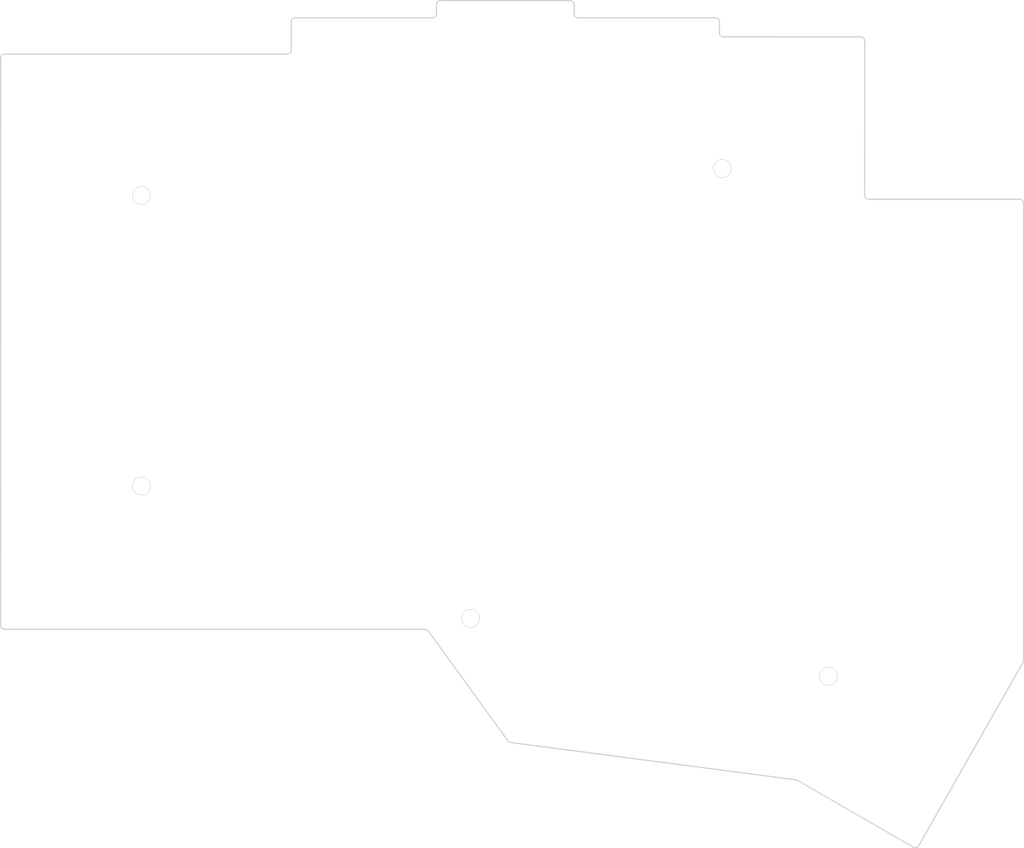
<source format=kicad_pcb>
(kicad_pcb (version 20240108) (generator "pcbnew") (generator_version "8.0")
  (title_block (title "backplate") (date "2025-03-02") (rev "0.2") (company "ceoloide"))
  (layers (0 "F.Cu" signal) (31 "B.Cu" signal) (34 "B.Paste" user) (35 "F.Paste" user) (36 "B.SilkS" user "B.Silkscreen") (37 "F.SilkS" user "F.Silkscreen") (38 "B.Mask" user) (39 "F.Mask" user) (44 "Edge.Cuts" user))
  (net 0 "")
  (footprint "ceoloide:mounting_hole_npth" (layer "F.Cu") (at 109.25 90.75)
    (property "Reference" "MH2" (hide yes))
    (property "Value" "")
    (pad "" np_thru_hole circle (at 0 0) (size 2.2 2.2) (drill 2.2) (layers "*.Cu" "*.Mask"))
  )
  (footprint "ceoloide:mounting_hole_npth" (layer "F.Cu") (at 109.25 53.75)
    (property "Reference" "MH1" (hide yes))
    (property "Value" "")
    (pad "" np_thru_hole circle (at 0 0) (size 2.2 2.2) (drill 2.2) (layers "*.Cu" "*.Mask"))
  )
  (footprint "ceoloide:mounting_hole_npth" (layer "F.Cu") (at 196.724595 115.006748 60)
    (property "Reference" "MH5" (hide yes))
    (property "Value" "")
    (pad "" np_thru_hole circle (at 0 0 60) (size 2.2 2.2) (drill 2.2) (layers "*.Cu" "*.Mask"))
  )
  (footprint "ceoloide:mounting_hole_npth" (layer "F.Cu") (at 151.157 107.615)
    (property "Reference" "MH4" (hide yes))
    (property "Value" "")
    (pad "" np_thru_hole circle (at 0 0) (size 2.2 2.2) (drill 2.2) (layers "*.Cu" "*.Mask"))
  )
  (footprint "ceoloide:mounting_hole_npth" (layer "F.Cu") (at 183.218 50.2985)
    (property "Reference" "MH3" (hide yes))
    (property "Value" "")
    (pad "" np_thru_hole circle (at 0 0) (size 2.2 2.2) (drill 2.2) (layers "*.Cu" "*.Mask"))
  )
  (gr_arc (start 221.068 54.2275) (mid 221.421553 54.373947) (end 221.568 54.7275) (stroke (width 0.15)) (layer "Edge.Cuts"))
  (gr_line (start 155.918609 123.225565) (end 145.757227 109.201641) (stroke (width 0.15)) (layer "Edge.Cuts"))
  (gr_arc (start 91.315014 36.2275) (mid 91.461457 35.873957) (end 91.815 35.727486) (stroke (width 0.15)) (layer "Edge.Cuts"))
  (gr_line (start 221.568 54.7275) (end 221.568 112.954525) (stroke (width 0.15)) (layer "Edge.Cuts"))
  (gr_line (start 182.843 31.6025) (end 182.843 33.033041) (stroke (width 0.15)) (layer "Edge.Cuts"))
  (gr_arc (start 145.352317 108.995012) (mid 145.579599 109.049665) (end 145.757227 109.201641) (stroke (width 0.15)) (layer "Edge.Cuts"))
  (gr_arc (start 128.315 31.6025) (mid 128.461447 31.248947) (end 128.815 31.1025) (stroke (width 0.15)) (layer "Edge.Cuts"))
  (gr_line (start 201.818604 54.2275) (end 221.068 54.2275) (stroke (width 0.15)) (layer "Edge.Cuts"))
  (gr_line (start 128.315 35.226514) (end 128.315 31.6025) (stroke (width 0.15)) (layer "Edge.Cuts"))
  (gr_line (start 128.815 31.1025) (end 146.315 31.1025) (stroke (width 0.15)) (layer "Edge.Cuts"))
  (gr_arc (start 221.568 112.954525) (mid 221.550957 113.083932) (end 221.501013 113.204525) (stroke (width 0.15)) (layer "Edge.Cuts"))
  (gr_line (start 146.815 30.6025) (end 146.815 29.4095) (stroke (width 0.15)) (layer "Edge.Cuts"))
  (gr_arc (start 91.817009 108.997477) (mid 91.463463 108.851037) (end 91.316986 108.497491) (stroke (width 0.15)) (layer "Edge.Cuts"))
  (gr_circle (center 196.724595 115.006748) (end 197.824595 115.006748) (stroke (width 0.15)) (fill none) (layer "Edge.Cuts"))
  (gr_line (start 91.316986 108.497491) (end 91.315014 36.2275) (stroke (width 0.15)) (layer "Edge.Cuts"))
  (gr_line (start 164.843 31.1025) (end 182.343 31.1025) (stroke (width 0.15)) (layer "Edge.Cuts"))
  (gr_line (start 91.815 35.727486) (end 127.815014 35.726514) (stroke (width 0.15)) (layer "Edge.Cuts"))
  (gr_circle (center 109.25 53.75) (end 110.35 53.75) (stroke (width 0.15)) (fill none) (layer "Edge.Cuts"))
  (gr_arc (start 164.843 31.1025) (mid 164.489447 30.956053) (end 164.343 30.6025) (stroke (width 0.15)) (layer "Edge.Cuts"))
  (gr_line (start 221.253 113.634096) (end 208.212721 136.577913) (stroke (width 0.15)) (layer "Edge.Cuts"))
  (gr_arc (start 128.315 35.226514) (mid 128.168553 35.580054) (end 127.815013 35.726514) (stroke (width 0.15)) (layer "Edge.Cuts"))
  (gr_line (start 192.592389 128.184877) (end 156.258589 123.427964) (stroke (width 0.15)) (layer "Edge.Cuts"))
  (gr_arc (start 183.342959 33.533041) (mid 182.989418 33.386582) (end 182.843 33.033041) (stroke (width 0.15)) (layer "Edge.Cuts"))
  (gr_line (start 183.342959 33.533041) (end 200.842436 33.534459) (stroke (width 0.15)) (layer "Edge.Cuts"))
  (gr_line (start 207.528025 136.763864) (end 192.777482 128.247634) (stroke (width 0.15)) (layer "Edge.Cuts"))
  (gr_arc (start 163.843 28.9095) (mid 164.196553 29.055947) (end 164.343 29.4095) (stroke (width 0.15)) (layer "Edge.Cuts"))
  (gr_circle (center 109.25 90.75) (end 110.35 90.75) (stroke (width 0.15)) (fill none) (layer "Edge.Cuts"))
  (gr_arc (start 146.815 30.6025) (mid 146.668553 30.956053) (end 146.315 31.1025) (stroke (width 0.15)) (layer "Edge.Cuts"))
  (gr_line (start 221.501013 113.204525) (end 221.253 113.634096) (stroke (width 0.15)) (layer "Edge.Cuts"))
  (gr_arc (start 200.842436 33.534459) (mid 201.196194 33.68113) (end 201.342395 34.035064) (stroke (width 0.15)) (layer "Edge.Cuts"))
  (gr_line (start 145.352317 108.995012) (end 91.817009 108.997477) (stroke (width 0.15)) (layer "Edge.Cuts"))
  (gr_arc (start 201.818604 54.2275) (mid 201.464835 54.080841) (end 201.318605 53.726896) (stroke (width 0.15)) (layer "Edge.Cuts"))
  (gr_line (start 201.342395 34.035063) (end 201.318605 53.726896) (stroke (width 0.15)) (layer "Edge.Cuts"))
  (gr_arc (start 146.815 29.4095) (mid 146.961447 29.055947) (end 147.315 28.9095) (stroke (width 0.15)) (layer "Edge.Cuts"))
  (gr_circle (center 183.218 50.2985) (end 184.318 50.2985) (stroke (width 0.15)) (fill none) (layer "Edge.Cuts"))
  (gr_arc (start 192.592389 128.184877) (mid 192.688034 128.207118) (end 192.777482 128.247634) (stroke (width 0.15)) (layer "Edge.Cuts"))
  (gr_line (start 147.315 28.9095) (end 163.843 28.9095) (stroke (width 0.15)) (layer "Edge.Cuts"))
  (gr_line (start 164.343 29.4095) (end 164.343 30.6025) (stroke (width 0.15)) (layer "Edge.Cuts"))
  (gr_arc (start 182.343 31.1025) (mid 182.696553 31.248947) (end 182.843 31.6025) (stroke (width 0.15)) (layer "Edge.Cuts"))
  (gr_arc (start 156.258589 123.427964) (mid 156.067728 123.361823) (end 155.918609 123.225565) (stroke (width 0.15)) (layer "Edge.Cuts"))
  (gr_circle (center 151.157 107.615) (end 152.257 107.615) (stroke (width 0.15)) (fill none) (layer "Edge.Cuts"))
  (gr_arc (start 208.212721 136.577914) (mid 207.909064 136.813366) (end 207.528025 136.763864) (stroke (width 0.15)) (layer "Edge.Cuts"))
)
</source>
